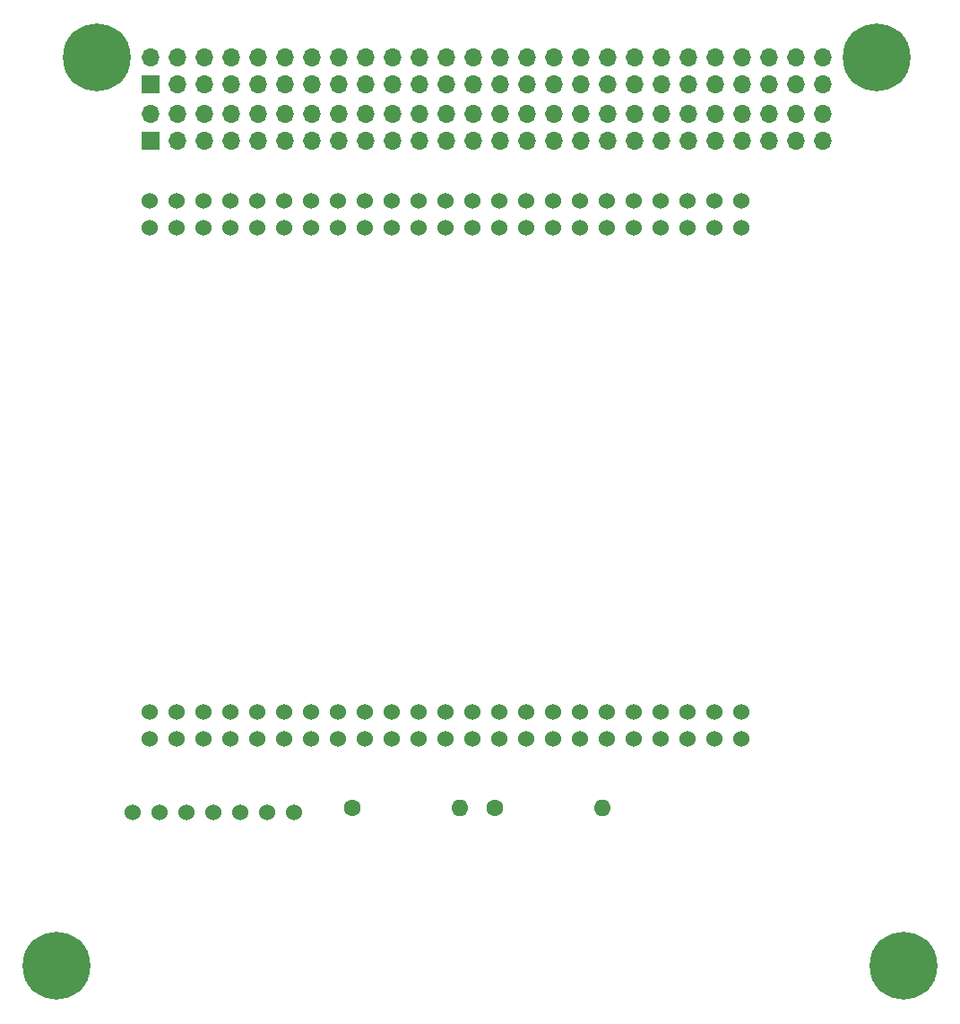
<source format=gbr>
%TF.GenerationSoftware,KiCad,Pcbnew,8.0.2-1*%
%TF.CreationDate,2024-08-24T15:03:41-05:00*%
%TF.ProjectId,BeagleBonePC104,42656167-6c65-4426-9f6e-655043313034,rev?*%
%TF.SameCoordinates,Original*%
%TF.FileFunction,Soldermask,Top*%
%TF.FilePolarity,Negative*%
%FSLAX46Y46*%
G04 Gerber Fmt 4.6, Leading zero omitted, Abs format (unit mm)*
G04 Created by KiCad (PCBNEW 8.0.2-1) date 2024-08-24 15:03:41*
%MOMM*%
%LPD*%
G01*
G04 APERTURE LIST*
%ADD10C,1.524000*%
%ADD11C,1.600000*%
%ADD12O,1.600000X1.600000*%
%ADD13C,6.400000*%
%ADD14R,1.700000X1.700000*%
%ADD15O,1.700000X1.700000*%
G04 APERTURE END LIST*
D10*
%TO.C,U1*%
X149770000Y-140960000D03*
X149770000Y-92700000D03*
X149770000Y-143500000D03*
X149770000Y-95240000D03*
X147230000Y-140960000D03*
X147230000Y-92700000D03*
X147230000Y-143500000D03*
X147230000Y-95240000D03*
X144690000Y-140960000D03*
X144690000Y-92700000D03*
X144690000Y-143500000D03*
X144690000Y-95240000D03*
X142150000Y-140960000D03*
X142150000Y-92700000D03*
X142150000Y-143500000D03*
X142150000Y-95240000D03*
X139610000Y-140960000D03*
X139610000Y-92700000D03*
X139610000Y-143500000D03*
X139610000Y-95240000D03*
X137070000Y-140960000D03*
X137070000Y-92700000D03*
X137070000Y-143500000D03*
X137070000Y-95240000D03*
X134530000Y-140960000D03*
X134530000Y-92700000D03*
X134530000Y-143500000D03*
X134530000Y-95240000D03*
X131990000Y-140960000D03*
X131990000Y-92700000D03*
X131990000Y-143500000D03*
X131990000Y-95240000D03*
X129450000Y-140960000D03*
X129450000Y-92700000D03*
X129450000Y-143500000D03*
X129450000Y-95240000D03*
X126910000Y-140960000D03*
X126910000Y-92700000D03*
X126910000Y-143500000D03*
X126910000Y-95240000D03*
X124370000Y-140960000D03*
X124370000Y-92700000D03*
X124370000Y-143500000D03*
X124370000Y-95240000D03*
X121830000Y-140960000D03*
X121830000Y-92700000D03*
X121830000Y-143500000D03*
X121830000Y-95240000D03*
X119290000Y-140960000D03*
X119290000Y-92700000D03*
X119290000Y-143500000D03*
X119290000Y-95240000D03*
X116750000Y-140960000D03*
X116750000Y-92700000D03*
X116750000Y-143500000D03*
X116750000Y-95240000D03*
X114210000Y-140960000D03*
X114210000Y-92700000D03*
X114210000Y-143500000D03*
X114210000Y-95240000D03*
X111670000Y-140960000D03*
X111670000Y-92700000D03*
X111670000Y-143500000D03*
X111670000Y-95240000D03*
X109130000Y-140960000D03*
X109130000Y-92700000D03*
X109130000Y-143500000D03*
X109130000Y-95240000D03*
X106590000Y-140960000D03*
X106590000Y-92700000D03*
X106590000Y-143500000D03*
X106590000Y-95240000D03*
X104050000Y-140960000D03*
X104050000Y-92700000D03*
X104050000Y-143500000D03*
X104050000Y-95240000D03*
X101510000Y-140960000D03*
X101510000Y-92700000D03*
X101510000Y-143500000D03*
X101510000Y-95240000D03*
X98970000Y-140960000D03*
X98970000Y-92700000D03*
X98970000Y-143500000D03*
X98970000Y-95240000D03*
X96430000Y-140960000D03*
X96430000Y-92700000D03*
X96430000Y-143500000D03*
X96430000Y-95240000D03*
X93890000Y-140960000D03*
X93890000Y-92700000D03*
X93890000Y-143500000D03*
X93890000Y-95240000D03*
%TD*%
D11*
%TO.C,R1*%
X113010000Y-150000000D03*
D12*
X123170000Y-150000000D03*
%TD*%
D10*
%TO.C,U3*%
X107530000Y-150480000D03*
X104990000Y-150480000D03*
X102450000Y-150480000D03*
X99910000Y-150480000D03*
X97370000Y-150480000D03*
X94830000Y-150480000D03*
X92290000Y-150480000D03*
%TD*%
D13*
%TO.C,U2*%
X85110000Y-164920000D03*
X88920000Y-79190000D03*
X162580000Y-79190000D03*
X165120000Y-164920000D03*
D14*
X94000000Y-81730000D03*
D15*
X94000000Y-79190000D03*
X96540000Y-81730000D03*
X96540000Y-79190000D03*
X99080000Y-81730000D03*
X99080000Y-79190000D03*
X101620000Y-81730000D03*
X101620000Y-79190000D03*
X104160000Y-81730000D03*
X104160000Y-79190000D03*
X106700000Y-81730000D03*
X106700000Y-79190000D03*
X109240000Y-81730000D03*
X109240000Y-79190000D03*
X111780000Y-81730000D03*
X111780000Y-79190000D03*
X114320000Y-81730000D03*
X114320000Y-79190000D03*
X116860000Y-81730000D03*
X116860000Y-79190000D03*
X119400000Y-81730000D03*
X119400000Y-79190000D03*
X121940000Y-81730000D03*
X121940000Y-79190000D03*
X124480000Y-81730000D03*
X124480000Y-79190000D03*
X127020000Y-81730000D03*
X127020000Y-79190000D03*
X129560000Y-81730000D03*
X129560000Y-79190000D03*
X132100000Y-81730000D03*
X132100000Y-79190000D03*
X134640000Y-81730000D03*
X134640000Y-79190000D03*
X137180000Y-81730000D03*
X137180000Y-79190000D03*
X139720000Y-81730000D03*
X139720000Y-79190000D03*
X142260000Y-81730000D03*
X142260000Y-79190000D03*
X144800000Y-81730000D03*
X144800000Y-79190000D03*
X147340000Y-81730000D03*
X147340000Y-79190000D03*
X149880000Y-81730000D03*
X149880000Y-79190000D03*
X152420000Y-81730000D03*
X152420000Y-79190000D03*
X154960000Y-81730000D03*
X154960000Y-79190000D03*
X157500000Y-81730000D03*
X157500000Y-79190000D03*
%TD*%
D11*
%TO.C,R2*%
X126510000Y-150000000D03*
D12*
X136670000Y-150000000D03*
%TD*%
D14*
%TO.C,U4*%
X94012500Y-87040000D03*
D15*
X94012500Y-84500000D03*
X96552500Y-87040000D03*
X96552500Y-84500000D03*
X99092500Y-87040000D03*
X99092500Y-84500000D03*
X101632500Y-87040000D03*
X101632500Y-84500000D03*
X104172500Y-87040000D03*
X104172500Y-84500000D03*
X106712500Y-87040000D03*
X106712500Y-84500000D03*
X109252500Y-87040000D03*
X109252500Y-84500000D03*
X111792500Y-87040000D03*
X111792500Y-84500000D03*
X114332500Y-87040000D03*
X114332500Y-84500000D03*
X116872500Y-87040000D03*
X116872500Y-84500000D03*
X119412500Y-87040000D03*
X119412500Y-84500000D03*
X121952500Y-87040000D03*
X121952500Y-84500000D03*
X124492500Y-87040000D03*
X124492500Y-84500000D03*
X127032500Y-87040000D03*
X127032500Y-84500000D03*
X129572500Y-87040000D03*
X129572500Y-84500000D03*
X132112500Y-87040000D03*
X132112500Y-84500000D03*
X134652500Y-87040000D03*
X134652500Y-84500000D03*
X137192500Y-87040000D03*
X137192500Y-84500000D03*
X139732500Y-87040000D03*
X139732500Y-84500000D03*
X142272500Y-87040000D03*
X142272500Y-84500000D03*
X144812500Y-87040000D03*
X144812500Y-84500000D03*
X147352500Y-87040000D03*
X147352500Y-84500000D03*
X149892500Y-87040000D03*
X149892500Y-84500000D03*
X152432500Y-87040000D03*
X152432500Y-84500000D03*
X154972500Y-87040000D03*
X154972500Y-84500000D03*
X157512500Y-87040000D03*
X157512500Y-84500000D03*
%TD*%
M02*

</source>
